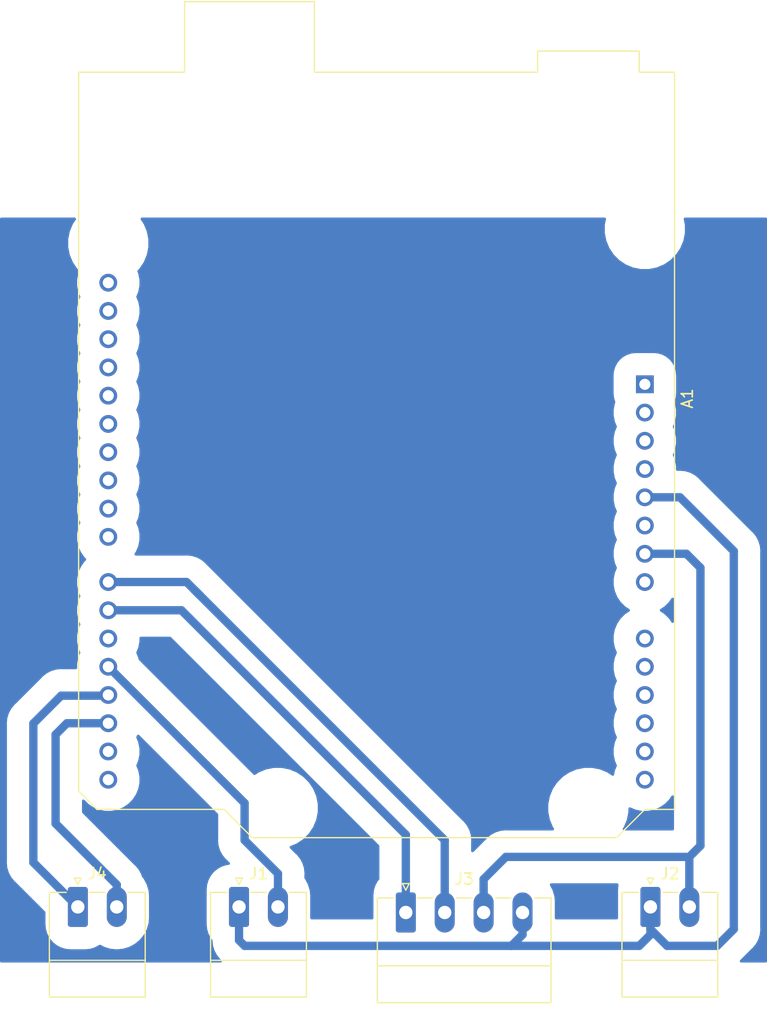
<source format=kicad_pcb>
(kicad_pcb (version 20171130) (host pcbnew "(5.1.10)-1")

  (general
    (thickness 1.6)
    (drawings 6)
    (tracks 45)
    (zones 0)
    (modules 5)
    (nets 31)
  )

  (page A4)
  (layers
    (0 F.Cu signal)
    (31 B.Cu signal)
    (32 B.Adhes user)
    (33 F.Adhes user)
    (34 B.Paste user)
    (35 F.Paste user)
    (36 B.SilkS user)
    (37 F.SilkS user)
    (38 B.Mask user)
    (39 F.Mask user)
    (40 Dwgs.User user hide)
    (41 Cmts.User user)
    (42 Eco1.User user)
    (43 Eco2.User user)
    (44 Edge.Cuts user)
    (45 Margin user)
    (46 B.CrtYd user)
    (47 F.CrtYd user)
    (48 B.Fab user)
    (49 F.Fab user)
  )

  (setup
    (last_trace_width 0.25)
    (user_trace_width 0.75)
    (trace_clearance 0.2)
    (zone_clearance 2)
    (zone_45_only no)
    (trace_min 0.2)
    (via_size 0.8)
    (via_drill 0.4)
    (via_min_size 0.4)
    (via_min_drill 0.3)
    (uvia_size 0.3)
    (uvia_drill 0.1)
    (uvias_allowed no)
    (uvia_min_size 0.2)
    (uvia_min_drill 0.1)
    (edge_width 0.1)
    (segment_width 0.2)
    (pcb_text_width 0.3)
    (pcb_text_size 1.5 1.5)
    (mod_edge_width 0.15)
    (mod_text_size 1 1)
    (mod_text_width 0.15)
    (pad_size 1.524 1.524)
    (pad_drill 0.762)
    (pad_to_mask_clearance 0)
    (aux_axis_origin 0 0)
    (visible_elements 7FFFFFFF)
    (pcbplotparams
      (layerselection 0x010fc_ffffffff)
      (usegerberextensions false)
      (usegerberattributes true)
      (usegerberadvancedattributes true)
      (creategerberjobfile true)
      (excludeedgelayer true)
      (linewidth 0.100000)
      (plotframeref false)
      (viasonmask false)
      (mode 1)
      (useauxorigin false)
      (hpglpennumber 1)
      (hpglpenspeed 20)
      (hpglpendiameter 15.000000)
      (psnegative false)
      (psa4output false)
      (plotreference true)
      (plotvalue true)
      (plotinvisibletext false)
      (padsonsilk false)
      (subtractmaskfromsilk false)
      (outputformat 1)
      (mirror false)
      (drillshape 1)
      (scaleselection 1)
      (outputdirectory ""))
  )

  (net 0 "")
  (net 1 "Net-(A1-Pad16)")
  (net 2 "Net-(A1-Pad15)")
  (net 3 "Net-(A1-Pad30)")
  (net 4 "Net-(A1-Pad14)")
  (net 5 "Net-(A1-Pad13)")
  (net 6 "Net-(A1-Pad28)")
  (net 7 "Net-(A1-Pad12)")
  (net 8 "Net-(A1-Pad27)")
  (net 9 "Net-(A1-Pad11)")
  (net 10 "Net-(A1-Pad26)")
  (net 11 "Net-(A1-Pad10)")
  (net 12 "Net-(A1-Pad25)")
  (net 13 "Net-(A1-Pad9)")
  (net 14 "Net-(A1-Pad24)")
  (net 15 "Net-(A1-Pad8)")
  (net 16 "Net-(A1-Pad23)")
  (net 17 LEDb)
  (net 18 LEDa)
  (net 19 "Net-(A1-Pad20)")
  (net 20 "Net-(A1-Pad4)")
  (net 21 LimitSwitch)
  (net 22 "Net-(A1-Pad3)")
  (net 23 RXard)
  (net 24 "Net-(A1-Pad2)")
  (net 25 TXard)
  (net 26 "Net-(A1-Pad1)")
  (net 27 "Net-(A1-Pad31)")
  (net 28 "Net-(A1-Pad32)")
  (net 29 5V)
  (net 30 GNDREF)

  (net_class Default "Esta es la clase de red por defecto."
    (clearance 0.2)
    (trace_width 0.25)
    (via_dia 0.8)
    (via_drill 0.4)
    (uvia_dia 0.3)
    (uvia_drill 0.1)
    (add_net 5V)
    (add_net GNDREF)
    (add_net LEDa)
    (add_net LEDb)
    (add_net LimitSwitch)
    (add_net "Net-(A1-Pad1)")
    (add_net "Net-(A1-Pad10)")
    (add_net "Net-(A1-Pad11)")
    (add_net "Net-(A1-Pad12)")
    (add_net "Net-(A1-Pad13)")
    (add_net "Net-(A1-Pad14)")
    (add_net "Net-(A1-Pad15)")
    (add_net "Net-(A1-Pad16)")
    (add_net "Net-(A1-Pad2)")
    (add_net "Net-(A1-Pad20)")
    (add_net "Net-(A1-Pad23)")
    (add_net "Net-(A1-Pad24)")
    (add_net "Net-(A1-Pad25)")
    (add_net "Net-(A1-Pad26)")
    (add_net "Net-(A1-Pad27)")
    (add_net "Net-(A1-Pad28)")
    (add_net "Net-(A1-Pad3)")
    (add_net "Net-(A1-Pad30)")
    (add_net "Net-(A1-Pad31)")
    (add_net "Net-(A1-Pad32)")
    (add_net "Net-(A1-Pad4)")
    (add_net "Net-(A1-Pad8)")
    (add_net "Net-(A1-Pad9)")
    (add_net RXard)
    (add_net TXard)
  )

  (module Connector_Phoenix_MC:PhoenixContact_MC_1,5_4-G-3.5_1x04_P3.50mm_Horizontal (layer F.Cu) (tedit 5B784ED0) (tstamp 610DDBFB)
    (at 46.5 73)
    (descr "Generic Phoenix Contact connector footprint for: MC_1,5/4-G-3.5; number of pins: 04; pin pitch: 3.50mm; Angled || order number: 1844236 8A 160V")
    (tags "phoenix_contact connector MC_01x04_G_3.5mm")
    (path /615D615A)
    (fp_text reference J3 (at 5.25 -3) (layer F.SilkS)
      (effects (font (size 1 1) (thickness 0.15)))
    )
    (fp_text value Conn_01x04_Male (at 5.25 9.2) (layer F.Fab)
      (effects (font (size 1 1) (thickness 0.15)))
    )
    (fp_line (start -2.56 -1.31) (end -2.56 8.11) (layer F.SilkS) (width 0.12))
    (fp_line (start -2.56 8.11) (end 13.06 8.11) (layer F.SilkS) (width 0.12))
    (fp_line (start 13.06 8.11) (end 13.06 -1.31) (layer F.SilkS) (width 0.12))
    (fp_line (start -2.56 -1.31) (end -1.05 -1.31) (layer F.SilkS) (width 0.12))
    (fp_line (start 13.06 -1.31) (end 11.55 -1.31) (layer F.SilkS) (width 0.12))
    (fp_line (start 1.05 -1.31) (end 2.45 -1.31) (layer F.SilkS) (width 0.12))
    (fp_line (start 4.55 -1.31) (end 5.95 -1.31) (layer F.SilkS) (width 0.12))
    (fp_line (start 8.05 -1.31) (end 9.45 -1.31) (layer F.SilkS) (width 0.12))
    (fp_line (start -2.45 -1.2) (end -2.45 8) (layer F.Fab) (width 0.1))
    (fp_line (start -2.45 8) (end 12.95 8) (layer F.Fab) (width 0.1))
    (fp_line (start 12.95 8) (end 12.95 -1.2) (layer F.Fab) (width 0.1))
    (fp_line (start 12.95 -1.2) (end -2.45 -1.2) (layer F.Fab) (width 0.1))
    (fp_line (start -2.56 4.8) (end 13.06 4.8) (layer F.SilkS) (width 0.12))
    (fp_line (start -3.06 -2.3) (end -3.06 8.5) (layer F.CrtYd) (width 0.05))
    (fp_line (start -3.06 8.5) (end 13.45 8.5) (layer F.CrtYd) (width 0.05))
    (fp_line (start 13.45 8.5) (end 13.45 -2.3) (layer F.CrtYd) (width 0.05))
    (fp_line (start 13.45 -2.3) (end -3.06 -2.3) (layer F.CrtYd) (width 0.05))
    (fp_line (start 0.3 -2.6) (end 0 -2) (layer F.SilkS) (width 0.12))
    (fp_line (start 0 -2) (end -0.3 -2.6) (layer F.SilkS) (width 0.12))
    (fp_line (start -0.3 -2.6) (end 0.3 -2.6) (layer F.SilkS) (width 0.12))
    (fp_line (start 0.8 -1.2) (end 0 0) (layer F.Fab) (width 0.1))
    (fp_line (start 0 0) (end -0.8 -1.2) (layer F.Fab) (width 0.1))
    (fp_text user %R (at 5.25 -0.5) (layer F.Fab)
      (effects (font (size 1 1) (thickness 0.15)))
    )
    (pad 4 thru_hole oval (at 10.5 0) (size 1.8 3.6) (drill 1.2) (layers *.Cu *.Mask)
      (net 29 5V))
    (pad 3 thru_hole oval (at 7 0) (size 1.8 3.6) (drill 1.2) (layers *.Cu *.Mask)
      (net 30 GNDREF))
    (pad 2 thru_hole oval (at 3.5 0) (size 1.8 3.6) (drill 1.2) (layers *.Cu *.Mask)
      (net 17 LEDb))
    (pad 1 thru_hole roundrect (at 0 0) (size 1.8 3.6) (drill 1.2) (layers *.Cu *.Mask) (roundrect_rratio 0.138889)
      (net 18 LEDa))
    (model ${KISYS3DMOD}/Connector_Phoenix_MC.3dshapes/PhoenixContact_MC_1,5_4-G-3.5_1x04_P3.50mm_Horizontal.wrl
      (at (xyz 0 0 0))
      (scale (xyz 1 1 1))
      (rotate (xyz 0 0 0))
    )
  )

  (module Module:Arduino_UNO_R3_WithMountingHoles (layer F.Cu) (tedit 5B3F95CF) (tstamp 610DDBAC)
    (at 68 25.5 270)
    (descr "Arduino UNO R3, http://www.mouser.com/pdfdocs/Gravitech_Arduino_Nano3_0.pdf")
    (tags "Arduino UNO R3")
    (path /60ECC421)
    (fp_text reference A1 (at 1.27 -3.81 270) (layer F.SilkS)
      (effects (font (size 1 1) (thickness 0.15)))
    )
    (fp_text value Arduino_UNO_R3 (at 0 22.86 90) (layer F.Fab)
      (effects (font (size 1 1) (thickness 0.15)))
    )
    (fp_line (start -27.94 -2.54) (end 38.1 -2.54) (layer F.Fab) (width 0.1))
    (fp_line (start -27.94 50.8) (end -27.94 -2.54) (layer F.Fab) (width 0.1))
    (fp_line (start 36.58 50.8) (end -27.94 50.8) (layer F.Fab) (width 0.1))
    (fp_line (start 38.1 49.28) (end 36.58 50.8) (layer F.Fab) (width 0.1))
    (fp_line (start 38.1 0) (end 40.64 2.54) (layer F.Fab) (width 0.1))
    (fp_line (start 38.1 -2.54) (end 38.1 0) (layer F.Fab) (width 0.1))
    (fp_line (start 40.64 35.31) (end 38.1 37.85) (layer F.Fab) (width 0.1))
    (fp_line (start 40.64 2.54) (end 40.64 35.31) (layer F.Fab) (width 0.1))
    (fp_line (start 38.1 37.85) (end 38.1 49.28) (layer F.Fab) (width 0.1))
    (fp_line (start -29.84 9.53) (end -29.84 0.64) (layer F.Fab) (width 0.1))
    (fp_line (start -16.51 9.53) (end -29.84 9.53) (layer F.Fab) (width 0.1))
    (fp_line (start -16.51 0.64) (end -16.51 9.53) (layer F.Fab) (width 0.1))
    (fp_line (start -29.84 0.64) (end -16.51 0.64) (layer F.Fab) (width 0.1))
    (fp_line (start -34.29 41.27) (end -34.29 29.84) (layer F.Fab) (width 0.1))
    (fp_line (start -18.41 41.27) (end -34.29 41.27) (layer F.Fab) (width 0.1))
    (fp_line (start -18.41 29.84) (end -18.41 41.27) (layer F.Fab) (width 0.1))
    (fp_line (start -34.29 29.84) (end -18.41 29.84) (layer F.Fab) (width 0.1))
    (fp_line (start 38.23 37.85) (end 40.77 35.31) (layer F.SilkS) (width 0.12))
    (fp_line (start 38.23 49.28) (end 38.23 37.85) (layer F.SilkS) (width 0.12))
    (fp_line (start 36.58 50.93) (end 38.23 49.28) (layer F.SilkS) (width 0.12))
    (fp_line (start -28.07 50.93) (end 36.58 50.93) (layer F.SilkS) (width 0.12))
    (fp_line (start -28.07 41.4) (end -28.07 50.93) (layer F.SilkS) (width 0.12))
    (fp_line (start -34.42 41.4) (end -28.07 41.4) (layer F.SilkS) (width 0.12))
    (fp_line (start -34.42 29.72) (end -34.42 41.4) (layer F.SilkS) (width 0.12))
    (fp_line (start -28.07 29.72) (end -34.42 29.72) (layer F.SilkS) (width 0.12))
    (fp_line (start -28.07 9.65) (end -28.07 29.72) (layer F.SilkS) (width 0.12))
    (fp_line (start -29.97 9.65) (end -28.07 9.65) (layer F.SilkS) (width 0.12))
    (fp_line (start -29.97 0.51) (end -29.97 9.65) (layer F.SilkS) (width 0.12))
    (fp_line (start -28.07 0.51) (end -29.97 0.51) (layer F.SilkS) (width 0.12))
    (fp_line (start -28.07 -2.67) (end -28.07 0.51) (layer F.SilkS) (width 0.12))
    (fp_line (start 38.23 -2.67) (end -28.07 -2.67) (layer F.SilkS) (width 0.12))
    (fp_line (start 38.23 0) (end 38.23 -2.67) (layer F.SilkS) (width 0.12))
    (fp_line (start 40.77 2.54) (end 38.23 0) (layer F.SilkS) (width 0.12))
    (fp_line (start 40.77 35.31) (end 40.77 2.54) (layer F.SilkS) (width 0.12))
    (fp_line (start -28.19 -2.79) (end 38.35 -2.79) (layer F.CrtYd) (width 0.05))
    (fp_line (start -28.19 0.38) (end -28.19 -2.79) (layer F.CrtYd) (width 0.05))
    (fp_line (start -30.1 0.38) (end -28.19 0.38) (layer F.CrtYd) (width 0.05))
    (fp_line (start -30.1 9.78) (end -30.1 0.38) (layer F.CrtYd) (width 0.05))
    (fp_line (start -28.19 9.78) (end -30.1 9.78) (layer F.CrtYd) (width 0.05))
    (fp_line (start -28.19 29.59) (end -28.19 9.78) (layer F.CrtYd) (width 0.05))
    (fp_line (start -34.54 29.59) (end -28.19 29.59) (layer F.CrtYd) (width 0.05))
    (fp_line (start -34.54 41.53) (end -34.54 29.59) (layer F.CrtYd) (width 0.05))
    (fp_line (start -28.19 41.53) (end -34.54 41.53) (layer F.CrtYd) (width 0.05))
    (fp_line (start -28.19 51.05) (end -28.19 41.53) (layer F.CrtYd) (width 0.05))
    (fp_line (start 36.58 51.05) (end -28.19 51.05) (layer F.CrtYd) (width 0.05))
    (fp_line (start 38.35 49.28) (end 36.58 51.05) (layer F.CrtYd) (width 0.05))
    (fp_line (start 38.35 37.85) (end 38.35 49.28) (layer F.CrtYd) (width 0.05))
    (fp_line (start 40.89 35.31) (end 38.35 37.85) (layer F.CrtYd) (width 0.05))
    (fp_line (start 40.89 2.54) (end 40.89 35.31) (layer F.CrtYd) (width 0.05))
    (fp_line (start 38.35 0) (end 40.89 2.54) (layer F.CrtYd) (width 0.05))
    (fp_line (start 38.35 -2.79) (end 38.35 0) (layer F.CrtYd) (width 0.05))
    (fp_text user %R (at 0 20.32 270) (layer F.Fab)
      (effects (font (size 1 1) (thickness 0.15)))
    )
    (pad "" np_thru_hole circle (at 38.1 5.08) (size 3.2 3.2) (drill 3.2) (layers *.Cu *.Mask))
    (pad "" np_thru_hole circle (at 38.1 33.02) (size 3.2 3.2) (drill 3.2) (layers *.Cu *.Mask))
    (pad "" np_thru_hole circle (at -12.7 48.26) (size 3.2 3.2) (drill 3.2) (layers *.Cu *.Mask))
    (pad "" np_thru_hole circle (at -13.97 0) (size 3.2 3.2) (drill 3.2) (layers *.Cu *.Mask))
    (pad 16 thru_hole oval (at 33.02 48.26) (size 1.6 1.6) (drill 1) (layers *.Cu *.Mask)
      (net 1 "Net-(A1-Pad16)"))
    (pad 15 thru_hole oval (at 35.56 48.26) (size 1.6 1.6) (drill 1) (layers *.Cu *.Mask)
      (net 2 "Net-(A1-Pad15)"))
    (pad 30 thru_hole oval (at -4.06 48.26) (size 1.6 1.6) (drill 1) (layers *.Cu *.Mask)
      (net 3 "Net-(A1-Pad30)"))
    (pad 14 thru_hole oval (at 35.56 0) (size 1.6 1.6) (drill 1) (layers *.Cu *.Mask)
      (net 4 "Net-(A1-Pad14)"))
    (pad 29 thru_hole oval (at -1.52 48.26) (size 1.6 1.6) (drill 1) (layers *.Cu *.Mask)
      (net 30 GNDREF))
    (pad 13 thru_hole oval (at 33.02 0) (size 1.6 1.6) (drill 1) (layers *.Cu *.Mask)
      (net 5 "Net-(A1-Pad13)"))
    (pad 28 thru_hole oval (at 1.02 48.26) (size 1.6 1.6) (drill 1) (layers *.Cu *.Mask)
      (net 6 "Net-(A1-Pad28)"))
    (pad 12 thru_hole oval (at 30.48 0) (size 1.6 1.6) (drill 1) (layers *.Cu *.Mask)
      (net 7 "Net-(A1-Pad12)"))
    (pad 27 thru_hole oval (at 3.56 48.26) (size 1.6 1.6) (drill 1) (layers *.Cu *.Mask)
      (net 8 "Net-(A1-Pad27)"))
    (pad 11 thru_hole oval (at 27.94 0) (size 1.6 1.6) (drill 1) (layers *.Cu *.Mask)
      (net 9 "Net-(A1-Pad11)"))
    (pad 26 thru_hole oval (at 6.1 48.26) (size 1.6 1.6) (drill 1) (layers *.Cu *.Mask)
      (net 10 "Net-(A1-Pad26)"))
    (pad 10 thru_hole oval (at 25.4 0) (size 1.6 1.6) (drill 1) (layers *.Cu *.Mask)
      (net 11 "Net-(A1-Pad10)"))
    (pad 25 thru_hole oval (at 8.64 48.26) (size 1.6 1.6) (drill 1) (layers *.Cu *.Mask)
      (net 12 "Net-(A1-Pad25)"))
    (pad 9 thru_hole oval (at 22.86 0) (size 1.6 1.6) (drill 1) (layers *.Cu *.Mask)
      (net 13 "Net-(A1-Pad9)"))
    (pad 24 thru_hole oval (at 11.18 48.26) (size 1.6 1.6) (drill 1) (layers *.Cu *.Mask)
      (net 14 "Net-(A1-Pad24)"))
    (pad 8 thru_hole oval (at 17.78 0) (size 1.6 1.6) (drill 1) (layers *.Cu *.Mask)
      (net 15 "Net-(A1-Pad8)"))
    (pad 23 thru_hole oval (at 13.72 48.26) (size 1.6 1.6) (drill 1) (layers *.Cu *.Mask)
      (net 16 "Net-(A1-Pad23)"))
    (pad 7 thru_hole oval (at 15.24 0) (size 1.6 1.6) (drill 1) (layers *.Cu *.Mask)
      (net 30 GNDREF))
    (pad 22 thru_hole oval (at 17.78 48.26) (size 1.6 1.6) (drill 1) (layers *.Cu *.Mask)
      (net 17 LEDb))
    (pad 6 thru_hole oval (at 12.7 0) (size 1.6 1.6) (drill 1) (layers *.Cu *.Mask)
      (net 30 GNDREF))
    (pad 21 thru_hole oval (at 20.32 48.26) (size 1.6 1.6) (drill 1) (layers *.Cu *.Mask)
      (net 18 LEDa))
    (pad 5 thru_hole oval (at 10.16 0) (size 1.6 1.6) (drill 1) (layers *.Cu *.Mask)
      (net 29 5V))
    (pad 20 thru_hole oval (at 22.86 48.26) (size 1.6 1.6) (drill 1) (layers *.Cu *.Mask)
      (net 19 "Net-(A1-Pad20)"))
    (pad 4 thru_hole oval (at 7.62 0) (size 1.6 1.6) (drill 1) (layers *.Cu *.Mask)
      (net 20 "Net-(A1-Pad4)"))
    (pad 19 thru_hole oval (at 25.4 48.26) (size 1.6 1.6) (drill 1) (layers *.Cu *.Mask)
      (net 21 LimitSwitch))
    (pad 3 thru_hole oval (at 5.08 0) (size 1.6 1.6) (drill 1) (layers *.Cu *.Mask)
      (net 22 "Net-(A1-Pad3)"))
    (pad 18 thru_hole oval (at 27.94 48.26) (size 1.6 1.6) (drill 1) (layers *.Cu *.Mask)
      (net 23 RXard))
    (pad 2 thru_hole oval (at 2.54 0) (size 1.6 1.6) (drill 1) (layers *.Cu *.Mask)
      (net 24 "Net-(A1-Pad2)"))
    (pad 17 thru_hole oval (at 30.48 48.26) (size 1.6 1.6) (drill 1) (layers *.Cu *.Mask)
      (net 25 TXard))
    (pad 1 thru_hole rect (at 0 0) (size 1.6 1.6) (drill 1) (layers *.Cu *.Mask)
      (net 26 "Net-(A1-Pad1)"))
    (pad 31 thru_hole oval (at -6.6 48.26) (size 1.6 1.6) (drill 1) (layers *.Cu *.Mask)
      (net 27 "Net-(A1-Pad31)"))
    (pad 32 thru_hole oval (at -9.14 48.26) (size 1.6 1.6) (drill 1) (layers *.Cu *.Mask)
      (net 28 "Net-(A1-Pad32)"))
    (model ${KISYS3DMOD}/Module.3dshapes/Arduino_UNO_R3_WithMountingHoles.wrl
      (at (xyz 0 0 0))
      (scale (xyz 1 1 1))
      (rotate (xyz 0 0 0))
    )
  )

  (module Connector_Phoenix_MC:PhoenixContact_MC_1,5_2-G-3.5_1x02_P3.50mm_Horizontal (layer F.Cu) (tedit 5B784ED0) (tstamp 610DDC16)
    (at 17 72.5)
    (descr "Generic Phoenix Contact connector footprint for: MC_1,5/2-G-3.5; number of pins: 02; pin pitch: 3.50mm; Angled || order number: 1844210 8A 160V")
    (tags "phoenix_contact connector MC_01x02_G_3.5mm")
    (path /610D8BBD)
    (fp_text reference J4 (at 1.75 -3) (layer F.SilkS)
      (effects (font (size 1 1) (thickness 0.15)))
    )
    (fp_text value Conn_01x02_Male (at 1.75 9.2) (layer F.Fab)
      (effects (font (size 1 1) (thickness 0.15)))
    )
    (fp_line (start -2.56 -1.31) (end -2.56 8.11) (layer F.SilkS) (width 0.12))
    (fp_line (start -2.56 8.11) (end 6.06 8.11) (layer F.SilkS) (width 0.12))
    (fp_line (start 6.06 8.11) (end 6.06 -1.31) (layer F.SilkS) (width 0.12))
    (fp_line (start -2.56 -1.31) (end -1.05 -1.31) (layer F.SilkS) (width 0.12))
    (fp_line (start 6.06 -1.31) (end 4.55 -1.31) (layer F.SilkS) (width 0.12))
    (fp_line (start 1.05 -1.31) (end 2.45 -1.31) (layer F.SilkS) (width 0.12))
    (fp_line (start -2.45 -1.2) (end -2.45 8) (layer F.Fab) (width 0.1))
    (fp_line (start -2.45 8) (end 5.95 8) (layer F.Fab) (width 0.1))
    (fp_line (start 5.95 8) (end 5.95 -1.2) (layer F.Fab) (width 0.1))
    (fp_line (start 5.95 -1.2) (end -2.45 -1.2) (layer F.Fab) (width 0.1))
    (fp_line (start -2.56 4.8) (end 6.06 4.8) (layer F.SilkS) (width 0.12))
    (fp_line (start -3.06 -2.3) (end -3.06 8.5) (layer F.CrtYd) (width 0.05))
    (fp_line (start -3.06 8.5) (end 6.45 8.5) (layer F.CrtYd) (width 0.05))
    (fp_line (start 6.45 8.5) (end 6.45 -2.3) (layer F.CrtYd) (width 0.05))
    (fp_line (start 6.45 -2.3) (end -3.06 -2.3) (layer F.CrtYd) (width 0.05))
    (fp_line (start 0.3 -2.6) (end 0 -2) (layer F.SilkS) (width 0.12))
    (fp_line (start 0 -2) (end -0.3 -2.6) (layer F.SilkS) (width 0.12))
    (fp_line (start -0.3 -2.6) (end 0.3 -2.6) (layer F.SilkS) (width 0.12))
    (fp_line (start 0.8 -1.2) (end 0 0) (layer F.Fab) (width 0.1))
    (fp_line (start 0 0) (end -0.8 -1.2) (layer F.Fab) (width 0.1))
    (fp_text user %R (at 1.75 -0.5) (layer F.Fab)
      (effects (font (size 1 1) (thickness 0.15)))
    )
    (pad 1 thru_hole roundrect (at 0 0) (size 1.8 3.6) (drill 1.2) (layers *.Cu *.Mask) (roundrect_rratio 0.138889)
      (net 23 RXard))
    (pad 2 thru_hole oval (at 3.5 0) (size 1.8 3.6) (drill 1.2) (layers *.Cu *.Mask)
      (net 25 TXard))
    (model ${KISYS3DMOD}/Connector_Phoenix_MC.3dshapes/PhoenixContact_MC_1,5_2-G-3.5_1x02_P3.50mm_Horizontal.wrl
      (at (xyz 0 0 0))
      (scale (xyz 1 1 1))
      (rotate (xyz 0 0 0))
    )
  )

  (module Connector_Phoenix_MC:PhoenixContact_MC_1,5_2-G-3.5_1x02_P3.50mm_Horizontal (layer F.Cu) (tedit 5B784ED0) (tstamp 610DDBE2)
    (at 68.5 72.5)
    (descr "Generic Phoenix Contact connector footprint for: MC_1,5/2-G-3.5; number of pins: 02; pin pitch: 3.50mm; Angled || order number: 1844210 8A 160V")
    (tags "phoenix_contact connector MC_01x02_G_3.5mm")
    (path /60ECF20E)
    (fp_text reference J2 (at 1.75 -3) (layer F.SilkS)
      (effects (font (size 1 1) (thickness 0.15)))
    )
    (fp_text value Conn_01x02_Male (at 1.75 9.2) (layer F.Fab)
      (effects (font (size 1 1) (thickness 0.15)))
    )
    (fp_line (start -2.56 -1.31) (end -2.56 8.11) (layer F.SilkS) (width 0.12))
    (fp_line (start -2.56 8.11) (end 6.06 8.11) (layer F.SilkS) (width 0.12))
    (fp_line (start 6.06 8.11) (end 6.06 -1.31) (layer F.SilkS) (width 0.12))
    (fp_line (start -2.56 -1.31) (end -1.05 -1.31) (layer F.SilkS) (width 0.12))
    (fp_line (start 6.06 -1.31) (end 4.55 -1.31) (layer F.SilkS) (width 0.12))
    (fp_line (start 1.05 -1.31) (end 2.45 -1.31) (layer F.SilkS) (width 0.12))
    (fp_line (start -2.45 -1.2) (end -2.45 8) (layer F.Fab) (width 0.1))
    (fp_line (start -2.45 8) (end 5.95 8) (layer F.Fab) (width 0.1))
    (fp_line (start 5.95 8) (end 5.95 -1.2) (layer F.Fab) (width 0.1))
    (fp_line (start 5.95 -1.2) (end -2.45 -1.2) (layer F.Fab) (width 0.1))
    (fp_line (start -2.56 4.8) (end 6.06 4.8) (layer F.SilkS) (width 0.12))
    (fp_line (start -3.06 -2.3) (end -3.06 8.5) (layer F.CrtYd) (width 0.05))
    (fp_line (start -3.06 8.5) (end 6.45 8.5) (layer F.CrtYd) (width 0.05))
    (fp_line (start 6.45 8.5) (end 6.45 -2.3) (layer F.CrtYd) (width 0.05))
    (fp_line (start 6.45 -2.3) (end -3.06 -2.3) (layer F.CrtYd) (width 0.05))
    (fp_line (start 0.3 -2.6) (end 0 -2) (layer F.SilkS) (width 0.12))
    (fp_line (start 0 -2) (end -0.3 -2.6) (layer F.SilkS) (width 0.12))
    (fp_line (start -0.3 -2.6) (end 0.3 -2.6) (layer F.SilkS) (width 0.12))
    (fp_line (start 0.8 -1.2) (end 0 0) (layer F.Fab) (width 0.1))
    (fp_line (start 0 0) (end -0.8 -1.2) (layer F.Fab) (width 0.1))
    (fp_text user %R (at 1.75 -0.5) (layer F.Fab)
      (effects (font (size 1 1) (thickness 0.15)))
    )
    (pad 1 thru_hole roundrect (at 0 0) (size 1.8 3.6) (drill 1.2) (layers *.Cu *.Mask) (roundrect_rratio 0.138889)
      (net 29 5V))
    (pad 2 thru_hole oval (at 3.5 0) (size 1.8 3.6) (drill 1.2) (layers *.Cu *.Mask)
      (net 30 GNDREF))
    (model ${KISYS3DMOD}/Connector_Phoenix_MC.3dshapes/PhoenixContact_MC_1,5_2-G-3.5_1x02_P3.50mm_Horizontal.wrl
      (at (xyz 0 0 0))
      (scale (xyz 1 1 1))
      (rotate (xyz 0 0 0))
    )
  )

  (module Connector_Phoenix_MC:PhoenixContact_MC_1,5_2-G-3.5_1x02_P3.50mm_Horizontal (layer F.Cu) (tedit 5B784ED0) (tstamp 610DDBC7)
    (at 31.5 72.5)
    (descr "Generic Phoenix Contact connector footprint for: MC_1,5/2-G-3.5; number of pins: 02; pin pitch: 3.50mm; Angled || order number: 1844210 8A 160V")
    (tags "phoenix_contact connector MC_01x02_G_3.5mm")
    (path /60ED0652)
    (fp_text reference J1 (at 1.75 -3) (layer F.SilkS)
      (effects (font (size 1 1) (thickness 0.15)))
    )
    (fp_text value Conn_01x02_Male (at 1.75 9.2) (layer F.Fab)
      (effects (font (size 1 1) (thickness 0.15)))
    )
    (fp_line (start -2.56 -1.31) (end -2.56 8.11) (layer F.SilkS) (width 0.12))
    (fp_line (start -2.56 8.11) (end 6.06 8.11) (layer F.SilkS) (width 0.12))
    (fp_line (start 6.06 8.11) (end 6.06 -1.31) (layer F.SilkS) (width 0.12))
    (fp_line (start -2.56 -1.31) (end -1.05 -1.31) (layer F.SilkS) (width 0.12))
    (fp_line (start 6.06 -1.31) (end 4.55 -1.31) (layer F.SilkS) (width 0.12))
    (fp_line (start 1.05 -1.31) (end 2.45 -1.31) (layer F.SilkS) (width 0.12))
    (fp_line (start -2.45 -1.2) (end -2.45 8) (layer F.Fab) (width 0.1))
    (fp_line (start -2.45 8) (end 5.95 8) (layer F.Fab) (width 0.1))
    (fp_line (start 5.95 8) (end 5.95 -1.2) (layer F.Fab) (width 0.1))
    (fp_line (start 5.95 -1.2) (end -2.45 -1.2) (layer F.Fab) (width 0.1))
    (fp_line (start -2.56 4.8) (end 6.06 4.8) (layer F.SilkS) (width 0.12))
    (fp_line (start -3.06 -2.3) (end -3.06 8.5) (layer F.CrtYd) (width 0.05))
    (fp_line (start -3.06 8.5) (end 6.45 8.5) (layer F.CrtYd) (width 0.05))
    (fp_line (start 6.45 8.5) (end 6.45 -2.3) (layer F.CrtYd) (width 0.05))
    (fp_line (start 6.45 -2.3) (end -3.06 -2.3) (layer F.CrtYd) (width 0.05))
    (fp_line (start 0.3 -2.6) (end 0 -2) (layer F.SilkS) (width 0.12))
    (fp_line (start 0 -2) (end -0.3 -2.6) (layer F.SilkS) (width 0.12))
    (fp_line (start -0.3 -2.6) (end 0.3 -2.6) (layer F.SilkS) (width 0.12))
    (fp_line (start 0.8 -1.2) (end 0 0) (layer F.Fab) (width 0.1))
    (fp_line (start 0 0) (end -0.8 -1.2) (layer F.Fab) (width 0.1))
    (fp_text user %R (at 1.75 -0.5) (layer F.Fab)
      (effects (font (size 1 1) (thickness 0.15)))
    )
    (pad 1 thru_hole roundrect (at 0 0) (size 1.8 3.6) (drill 1.2) (layers *.Cu *.Mask) (roundrect_rratio 0.138889)
      (net 29 5V))
    (pad 2 thru_hole oval (at 3.5 0) (size 1.8 3.6) (drill 1.2) (layers *.Cu *.Mask)
      (net 21 LimitSwitch))
    (model ${KISYS3DMOD}/Connector_Phoenix_MC.3dshapes/PhoenixContact_MC_1,5_2-G-3.5_1x02_P3.50mm_Horizontal.wrl
      (at (xyz 0 0 0))
      (scale (xyz 1 1 1))
      (rotate (xyz 0 0 0))
    )
  )

  (gr_line (start 42.5 194.5) (end 51.5 309) (layer Dwgs.User) (width 0.15))
  (gr_line (start 43 82) (end 42.5 194.5) (layer Dwgs.User) (width 0.15))
  (gr_line (start 10 10.5) (end 79 10.5) (layer Dwgs.User) (width 0.15) (tstamp 6135DFC7))
  (gr_line (start 10 77.5) (end 10 10.5) (layer Dwgs.User) (width 0.15))
  (gr_line (start 79 77.5) (end 79 10.5) (layer Dwgs.User) (width 0.15))
  (gr_line (start 10 77.5) (end 79 77.5) (layer Dwgs.User) (width 0.15))

  (segment (start 50 73) (end 50 66.5) (width 0.75) (layer B.Cu) (net 17))
  (segment (start 26.78 43.28) (end 28 44.5) (width 0.75) (layer B.Cu) (net 17))
  (segment (start 19.74 43.28) (end 26.78 43.28) (width 0.75) (layer B.Cu) (net 17))
  (segment (start 28 44.5) (end 27.5 44) (width 0.75) (layer B.Cu) (net 17))
  (segment (start 50 66.5) (end 28 44.5) (width 0.75) (layer B.Cu) (net 17))
  (segment (start 46.5 73) (end 46.5 66) (width 0.75) (layer B.Cu) (net 18))
  (segment (start 26.32 45.82) (end 19.74 45.82) (width 0.75) (layer B.Cu) (net 18))
  (segment (start 46.5 66) (end 26.32 45.82) (width 0.75) (layer B.Cu) (net 18))
  (segment (start 19.74 50.9) (end 32 63.16) (width 0.75) (layer B.Cu) (net 21))
  (segment (start 32 63.16) (end 32 66.5) (width 0.75) (layer B.Cu) (net 21))
  (segment (start 35 69.5) (end 35 72.5) (width 0.75) (layer B.Cu) (net 21))
  (segment (start 32 66.5) (end 35 69.5) (width 0.75) (layer B.Cu) (net 21))
  (segment (start 17 72.5) (end 13 68.5) (width 0.75) (layer B.Cu) (net 23))
  (segment (start 13 68.5) (end 13 56) (width 0.75) (layer B.Cu) (net 23))
  (segment (start 13 56) (end 15.5 53.5) (width 0.75) (layer B.Cu) (net 23))
  (segment (start 19.68 53.5) (end 19.74 53.44) (width 0.75) (layer B.Cu) (net 23))
  (segment (start 15.5 53.5) (end 19.68 53.5) (width 0.75) (layer B.Cu) (net 23))
  (segment (start 20.5 72.5) (end 20.5 70.5) (width 0.75) (layer B.Cu) (net 25))
  (segment (start 20.5 70.5) (end 15 65) (width 0.75) (layer B.Cu) (net 25))
  (segment (start 15 65) (end 15 57) (width 0.75) (layer B.Cu) (net 25))
  (segment (start 16.02 55.98) (end 19.74 55.98) (width 0.75) (layer B.Cu) (net 25))
  (segment (start 15 57) (end 16.02 55.98) (width 0.75) (layer B.Cu) (net 25))
  (segment (start 31.5 72.5) (end 31.5 75.5) (width 0.75) (layer B.Cu) (net 29) (status 10))
  (segment (start 31.5 75.5) (end 32 76) (width 0.75) (layer B.Cu) (net 29))
  (segment (start 32 76) (end 56 76) (width 0.75) (layer B.Cu) (net 29))
  (segment (start 56 76) (end 57 75) (width 0.75) (layer B.Cu) (net 29))
  (segment (start 57 75) (end 57 73) (width 0.75) (layer B.Cu) (net 29) (status 20))
  (segment (start 56 76) (end 67.5 76) (width 0.75) (layer B.Cu) (net 29))
  (segment (start 67.5 76) (end 68.5 75) (width 0.75) (layer B.Cu) (net 29))
  (segment (start 68.5 75) (end 68.5 72.5) (width 0.75) (layer B.Cu) (net 29) (status 20))
  (segment (start 68.5 72.5) (end 68.5 74.5) (width 0.75) (layer B.Cu) (net 29))
  (segment (start 68.5 74.5) (end 70 76) (width 0.75) (layer B.Cu) (net 29))
  (segment (start 70 76) (end 74.5 76) (width 0.75) (layer B.Cu) (net 29))
  (segment (start 74.5 76) (end 76 74.5) (width 0.75) (layer B.Cu) (net 29))
  (segment (start 76 74.5) (end 76 40.5) (width 0.75) (layer B.Cu) (net 29))
  (segment (start 71.16 35.66) (end 68 35.66) (width 0.75) (layer B.Cu) (net 29))
  (segment (start 76 40.5) (end 71.16 35.66) (width 0.75) (layer B.Cu) (net 29))
  (segment (start 72 72.5) (end 72 68) (width 0.75) (layer B.Cu) (net 30) (status 10))
  (segment (start 72 68) (end 73 67) (width 0.75) (layer B.Cu) (net 30))
  (segment (start 73 67) (end 73 42) (width 0.75) (layer B.Cu) (net 30))
  (segment (start 71.74 40.74) (end 68 40.74) (width 0.75) (layer B.Cu) (net 30) (status 20))
  (segment (start 73 42) (end 71.74 40.74) (width 0.75) (layer B.Cu) (net 30))
  (segment (start 53.5 73) (end 53.5 70) (width 0.75) (layer B.Cu) (net 30))
  (segment (start 55.5 68) (end 72 68) (width 0.75) (layer B.Cu) (net 30))
  (segment (start 53.5 70) (end 55.5 68) (width 0.75) (layer B.Cu) (net 30))

  (zone (net 0) (net_name "") (layer B.Cu) (tstamp 0) (hatch edge 0.508)
    (connect_pads (clearance 2))
    (min_thickness 0.254)
    (fill yes (arc_segments 32) (thermal_gap 2) (thermal_bridge_width 0.508))
    (polygon
      (pts
        (xy 79 77.5) (xy 10 77.5) (xy 10 10.5) (xy 79 10.5)
      )
    )
    (filled_polygon
      (pts
        (xy 64.273 11.162923) (xy 64.273 11.897077) (xy 64.416227 12.617126) (xy 64.697176 13.295396) (xy 65.10505 13.905824)
        (xy 65.624176 14.42495) (xy 66.234604 14.832824) (xy 66.912874 15.113773) (xy 67.632923 15.257) (xy 68.367077 15.257)
        (xy 69.087126 15.113773) (xy 69.765396 14.832824) (xy 70.375824 14.42495) (xy 70.89495 13.905824) (xy 71.302824 13.295396)
        (xy 71.583773 12.617126) (xy 71.727 11.897077) (xy 71.727 11.162923) (xy 71.620398 10.627) (xy 78.873 10.627)
        (xy 78.873 77.373) (xy 76.665361 77.373) (xy 77.68227 76.356092) (xy 77.777741 76.277741) (xy 78.090403 75.896762)
        (xy 78.322731 75.462107) (xy 78.465798 74.990478) (xy 78.502 74.622914) (xy 78.502 74.622905) (xy 78.514105 74.500001)
        (xy 78.502 74.377097) (xy 78.502 40.622906) (xy 78.514105 40.5) (xy 78.502 40.377093) (xy 78.502 40.377086)
        (xy 78.465798 40.009522) (xy 78.428397 39.886225) (xy 78.322731 39.537893) (xy 78.090403 39.103238) (xy 77.856094 38.817732)
        (xy 77.856093 38.817731) (xy 77.777741 38.722259) (xy 77.682269 38.643907) (xy 73.016097 33.977736) (xy 72.937741 33.882259)
        (xy 72.556762 33.569597) (xy 72.122107 33.337269) (xy 71.650478 33.194202) (xy 71.282914 33.158) (xy 71.282906 33.158)
        (xy 71.16 33.145895) (xy 71.037094 33.158) (xy 70.927 33.158) (xy 70.927 32.831716) (xy 70.814518 32.266225)
        (xy 70.642111 31.85) (xy 70.814518 31.433775) (xy 70.927 30.868284) (xy 70.927 30.291716) (xy 70.814518 29.726225)
        (xy 70.642111 29.31) (xy 70.814518 28.893775) (xy 70.927 28.328284) (xy 70.927 27.751716) (xy 70.814518 27.186225)
        (xy 70.779511 27.101712) (xy 70.896224 26.716965) (xy 70.937291 26.3) (xy 70.937291 24.7) (xy 70.896224 24.283035)
        (xy 70.774599 23.882094) (xy 70.577093 23.512585) (xy 70.311293 23.188707) (xy 69.987415 22.922907) (xy 69.617906 22.725401)
        (xy 69.216965 22.603776) (xy 68.8 22.562709) (xy 67.2 22.562709) (xy 66.783035 22.603776) (xy 66.382094 22.725401)
        (xy 66.012585 22.922907) (xy 65.688707 23.188707) (xy 65.422907 23.512585) (xy 65.225401 23.882094) (xy 65.103776 24.283035)
        (xy 65.062709 24.7) (xy 65.062709 26.3) (xy 65.103776 26.716965) (xy 65.220489 27.101712) (xy 65.185482 27.186225)
        (xy 65.073 27.751716) (xy 65.073 28.328284) (xy 65.185482 28.893775) (xy 65.357889 29.31) (xy 65.185482 29.726225)
        (xy 65.073 30.291716) (xy 65.073 30.868284) (xy 65.185482 31.433775) (xy 65.357889 31.85) (xy 65.185482 32.266225)
        (xy 65.073 32.831716) (xy 65.073 33.408284) (xy 65.185482 33.973775) (xy 65.357889 34.39) (xy 65.185482 34.806225)
        (xy 65.073 35.371716) (xy 65.073 35.948284) (xy 65.185482 36.513775) (xy 65.357889 36.93) (xy 65.185482 37.346225)
        (xy 65.073 37.911716) (xy 65.073 38.488284) (xy 65.185482 39.053775) (xy 65.357889 39.47) (xy 65.185482 39.886225)
        (xy 65.073 40.451716) (xy 65.073 41.028284) (xy 65.185482 41.593775) (xy 65.357889 42.01) (xy 65.185482 42.426225)
        (xy 65.073 42.991716) (xy 65.073 43.568284) (xy 65.185482 44.133775) (xy 65.406126 44.666455) (xy 65.72645 45.145854)
        (xy 66.134146 45.55355) (xy 66.532917 45.82) (xy 66.134146 46.08645) (xy 65.72645 46.494146) (xy 65.406126 46.973545)
        (xy 65.185482 47.506225) (xy 65.073 48.071716) (xy 65.073 48.648284) (xy 65.185482 49.213775) (xy 65.357889 49.63)
        (xy 65.185482 50.046225) (xy 65.073 50.611716) (xy 65.073 51.188284) (xy 65.185482 51.753775) (xy 65.357889 52.17)
        (xy 65.185482 52.586225) (xy 65.073 53.151716) (xy 65.073 53.728284) (xy 65.185482 54.293775) (xy 65.357889 54.71)
        (xy 65.185482 55.126225) (xy 65.073 55.691716) (xy 65.073 56.268284) (xy 65.185482 56.833775) (xy 65.357889 57.25)
        (xy 65.185482 57.666225) (xy 65.073 58.231716) (xy 65.073 58.808284) (xy 65.185482 59.373775) (xy 65.357889 59.79)
        (xy 65.185482 60.206225) (xy 65.110846 60.581452) (xy 64.685396 60.297176) (xy 64.007126 60.016227) (xy 63.287077 59.873)
        (xy 62.552923 59.873) (xy 61.832874 60.016227) (xy 61.154604 60.297176) (xy 60.544176 60.70505) (xy 60.02505 61.224176)
        (xy 59.617176 61.834604) (xy 59.336227 62.512874) (xy 59.193 63.232923) (xy 59.193 63.967077) (xy 59.336227 64.687126)
        (xy 59.617176 65.365396) (xy 59.705779 65.498) (xy 55.622903 65.498) (xy 55.499999 65.485895) (xy 55.377095 65.498)
        (xy 55.377086 65.498) (xy 55.009522 65.534202) (xy 54.537893 65.677269) (xy 54.103238 65.909597) (xy 53.722259 66.222259)
        (xy 53.643907 66.317731) (xy 52.502 67.459639) (xy 52.502 66.622903) (xy 52.514105 66.499999) (xy 52.502 66.377095)
        (xy 52.502 66.377086) (xy 52.465798 66.009522) (xy 52.322731 65.537893) (xy 52.090403 65.103238) (xy 51.931486 64.909597)
        (xy 51.856094 64.817731) (xy 51.856088 64.817725) (xy 51.777741 64.722259) (xy 51.682274 64.643912) (xy 29.682267 42.643906)
        (xy 28.636098 41.597737) (xy 28.557741 41.502259) (xy 28.176762 41.189597) (xy 27.742107 40.957269) (xy 27.270478 40.814202)
        (xy 26.902914 40.778) (xy 26.902906 40.778) (xy 26.78 40.765895) (xy 26.657094 40.778) (xy 22.219251 40.778)
        (xy 22.333874 40.606455) (xy 22.554518 40.073775) (xy 22.667 39.508284) (xy 22.667 38.931716) (xy 22.554518 38.366225)
        (xy 22.382111 37.95) (xy 22.554518 37.533775) (xy 22.667 36.968284) (xy 22.667 36.391716) (xy 22.554518 35.826225)
        (xy 22.382111 35.41) (xy 22.554518 34.993775) (xy 22.667 34.428284) (xy 22.667 33.851716) (xy 22.554518 33.286225)
        (xy 22.382111 32.87) (xy 22.554518 32.453775) (xy 22.667 31.888284) (xy 22.667 31.311716) (xy 22.554518 30.746225)
        (xy 22.382111 30.33) (xy 22.554518 29.913775) (xy 22.667 29.348284) (xy 22.667 28.771716) (xy 22.554518 28.206225)
        (xy 22.382111 27.79) (xy 22.554518 27.373775) (xy 22.667 26.808284) (xy 22.667 26.231716) (xy 22.554518 25.666225)
        (xy 22.382111 25.25) (xy 22.554518 24.833775) (xy 22.667 24.268284) (xy 22.667 23.691716) (xy 22.554518 23.126225)
        (xy 22.382111 22.71) (xy 22.554518 22.293775) (xy 22.667 21.728284) (xy 22.667 21.151716) (xy 22.554518 20.586225)
        (xy 22.382111 20.17) (xy 22.554518 19.753775) (xy 22.667 19.188284) (xy 22.667 18.611716) (xy 22.554518 18.046225)
        (xy 22.382111 17.63) (xy 22.554518 17.213775) (xy 22.667 16.648284) (xy 22.667 16.071716) (xy 22.554518 15.506225)
        (xy 22.481304 15.32947) (xy 22.63495 15.175824) (xy 23.042824 14.565396) (xy 23.323773 13.887126) (xy 23.467 13.167077)
        (xy 23.467 12.432923) (xy 23.323773 11.712874) (xy 23.042824 11.034604) (xy 22.770472 10.627) (xy 64.379602 10.627)
      )
    )
    (filled_polygon
      (pts
        (xy 16.437176 11.034604) (xy 16.156227 11.712874) (xy 16.013 12.432923) (xy 16.013 13.167077) (xy 16.156227 13.887126)
        (xy 16.437176 14.565396) (xy 16.84505 15.175824) (xy 16.998696 15.32947) (xy 16.925482 15.506225) (xy 16.813 16.071716)
        (xy 16.813 16.648284) (xy 16.925482 17.213775) (xy 17.097889 17.63) (xy 16.925482 18.046225) (xy 16.813 18.611716)
        (xy 16.813 19.188284) (xy 16.925482 19.753775) (xy 17.097889 20.17) (xy 16.925482 20.586225) (xy 16.813 21.151716)
        (xy 16.813 21.728284) (xy 16.925482 22.293775) (xy 17.097889 22.71) (xy 16.925482 23.126225) (xy 16.813 23.691716)
        (xy 16.813 24.268284) (xy 16.925482 24.833775) (xy 17.097889 25.25) (xy 16.925482 25.666225) (xy 16.813 26.231716)
        (xy 16.813 26.808284) (xy 16.925482 27.373775) (xy 17.097889 27.79) (xy 16.925482 28.206225) (xy 16.813 28.771716)
        (xy 16.813 29.348284) (xy 16.925482 29.913775) (xy 17.097889 30.33) (xy 16.925482 30.746225) (xy 16.813 31.311716)
        (xy 16.813 31.888284) (xy 16.925482 32.453775) (xy 17.097889 32.87) (xy 16.925482 33.286225) (xy 16.813 33.851716)
        (xy 16.813 34.428284) (xy 16.925482 34.993775) (xy 17.097889 35.41) (xy 16.925482 35.826225) (xy 16.813 36.391716)
        (xy 16.813 36.968284) (xy 16.925482 37.533775) (xy 17.097889 37.95) (xy 16.925482 38.366225) (xy 16.813 38.931716)
        (xy 16.813 39.508284) (xy 16.925482 40.073775) (xy 17.146126 40.606455) (xy 17.46645 41.085854) (xy 17.630596 41.25)
        (xy 17.46645 41.414146) (xy 17.146126 41.893545) (xy 16.925482 42.426225) (xy 16.813 42.991716) (xy 16.813 43.568284)
        (xy 16.925482 44.133775) (xy 17.097889 44.55) (xy 16.925482 44.966225) (xy 16.813 45.531716) (xy 16.813 46.108284)
        (xy 16.925482 46.673775) (xy 17.097889 47.09) (xy 16.925482 47.506225) (xy 16.813 48.071716) (xy 16.813 48.648284)
        (xy 16.925482 49.213775) (xy 17.097889 49.63) (xy 16.925482 50.046225) (xy 16.813 50.611716) (xy 16.813 50.998)
        (xy 15.622906 50.998) (xy 15.5 50.985895) (xy 15.377093 50.998) (xy 15.377086 50.998) (xy 15.05319 51.029901)
        (xy 15.009521 51.034202) (xy 14.573558 51.16645) (xy 14.537893 51.177269) (xy 14.103238 51.409597) (xy 13.722259 51.722259)
        (xy 13.643907 51.817731) (xy 11.317732 54.143907) (xy 11.22226 54.222259) (xy 11.143908 54.317731) (xy 11.143906 54.317733)
        (xy 10.909598 54.603238) (xy 10.677269 55.037894) (xy 10.534202 55.509522) (xy 10.485895 56) (xy 10.498001 56.122916)
        (xy 10.498 68.377093) (xy 10.485895 68.5) (xy 10.498 68.622906) (xy 10.498 68.622913) (xy 10.529481 68.942541)
        (xy 10.534202 68.990478) (xy 10.570028 69.10858) (xy 10.677269 69.462106) (xy 10.909597 69.896761) (xy 11.222259 70.277741)
        (xy 11.317736 70.356097) (xy 13.962709 73.001071) (xy 13.962709 74.05) (xy 14.00858 74.515737) (xy 14.144431 74.963577)
        (xy 14.36504 75.376308) (xy 14.66193 75.73807) (xy 15.023692 76.03496) (xy 15.436423 76.255569) (xy 15.884263 76.39142)
        (xy 16.35 76.437291) (xy 17.65 76.437291) (xy 18.115737 76.39142) (xy 18.563577 76.255569) (xy 18.976308 76.03496)
        (xy 18.988935 76.024597) (xy 19.336013 76.210114) (xy 19.906605 76.383202) (xy 20.5 76.441646) (xy 21.093396 76.383202)
        (xy 21.663988 76.210114) (xy 22.189848 75.929036) (xy 22.650769 75.550769) (xy 23.029036 75.089848) (xy 23.310114 74.563988)
        (xy 23.483202 73.993396) (xy 23.527 73.548703) (xy 23.527 71.451296) (xy 23.483202 71.006604) (xy 23.310114 70.436012)
        (xy 23.029036 69.910152) (xy 22.880898 69.729645) (xy 22.822731 69.537893) (xy 22.590403 69.103238) (xy 22.553568 69.058354)
        (xy 22.356094 68.817732) (xy 22.356093 68.817731) (xy 22.277741 68.722259) (xy 22.182269 68.643907) (xy 17.502 63.963639)
        (xy 17.502 62.961404) (xy 17.874146 63.33355) (xy 18.353545 63.653874) (xy 18.886225 63.874518) (xy 19.451716 63.987)
        (xy 20.028284 63.987) (xy 20.593775 63.874518) (xy 21.126455 63.653874) (xy 21.605854 63.33355) (xy 22.01355 62.925854)
        (xy 22.333874 62.446455) (xy 22.554518 61.913775) (xy 22.667 61.348284) (xy 22.667 60.771716) (xy 22.554518 60.206225)
        (xy 22.382111 59.79) (xy 22.554518 59.373775) (xy 22.667 58.808284) (xy 22.667 58.231716) (xy 22.554518 57.666225)
        (xy 22.382111 57.25) (xy 22.431765 57.130127) (xy 29.498 64.196363) (xy 29.498 66.377094) (xy 29.485895 66.5)
        (xy 29.498 66.622906) (xy 29.498 66.622914) (xy 29.500068 66.643906) (xy 29.534202 66.990478) (xy 29.677269 67.462106)
        (xy 29.909598 67.896762) (xy 30.139805 68.177269) (xy 30.22226 68.277741) (xy 30.317732 68.356093) (xy 30.553546 68.591907)
        (xy 30.384263 68.60858) (xy 29.936423 68.744431) (xy 29.523692 68.96504) (xy 29.16193 69.26193) (xy 28.86504 69.623692)
        (xy 28.644431 70.036423) (xy 28.50858 70.484263) (xy 28.462709 70.95) (xy 28.462709 74.05) (xy 28.50858 74.515737)
        (xy 28.644431 74.963577) (xy 28.86504 75.376308) (xy 28.988533 75.526785) (xy 28.998 75.622906) (xy 28.998 75.622914)
        (xy 29.031408 75.962106) (xy 29.034202 75.990478) (xy 29.177269 76.462106) (xy 29.409598 76.896762) (xy 29.463225 76.962106)
        (xy 29.72226 77.277741) (xy 29.817732 77.356093) (xy 29.834639 77.373) (xy 10.127 77.373) (xy 10.127 10.627)
        (xy 16.709528 10.627)
      )
    )
    (filled_polygon
      (pts
        (xy 65.462709 70.95) (xy 65.462709 73.498) (xy 60.027 73.498) (xy 60.027 71.951296) (xy 59.983202 71.506604)
        (xy 59.810114 70.936012) (xy 59.57813 70.502) (xy 65.506833 70.502)
      )
    )
    (filled_polygon
      (pts
        (xy 43.998001 67.036363) (xy 43.998 69.961679) (xy 43.86504 70.123692) (xy 43.644431 70.536423) (xy 43.50858 70.984263)
        (xy 43.462709 71.45) (xy 43.462709 73.498) (xy 38.027 73.498) (xy 38.027 71.451296) (xy 37.983202 71.006604)
        (xy 37.810114 70.436012) (xy 37.529036 69.910152) (xy 37.502 69.877208) (xy 37.502 69.622906) (xy 37.514105 69.5)
        (xy 37.502 69.377093) (xy 37.502 69.377086) (xy 37.468592 69.037893) (xy 37.465798 69.009521) (xy 37.322731 68.537893)
        (xy 37.090403 68.103238) (xy 36.856094 67.817732) (xy 36.856093 67.817731) (xy 36.777741 67.722259) (xy 36.68227 67.643908)
        (xy 36.176734 67.138372) (xy 36.745396 66.902824) (xy 37.355824 66.49495) (xy 37.87495 65.975824) (xy 38.282824 65.365396)
        (xy 38.563773 64.687126) (xy 38.707 63.967077) (xy 38.707 63.232923) (xy 38.563773 62.512874) (xy 38.282824 61.834604)
        (xy 37.87495 61.224176) (xy 37.355824 60.70505) (xy 36.745396 60.297176) (xy 36.067126 60.016227) (xy 35.347077 59.873)
        (xy 34.612923 59.873) (xy 33.892874 60.016227) (xy 33.214604 60.297176) (xy 32.891458 60.513095) (xy 22.58678 50.208419)
        (xy 22.554518 50.046225) (xy 22.382111 49.63) (xy 22.554518 49.213775) (xy 22.667 48.648284) (xy 22.667 48.322)
        (xy 25.283639 48.322)
      )
    )
    (filled_polygon
      (pts
        (xy 70.498 65.498) (xy 66.134221 65.498) (xy 66.222824 65.365396) (xy 66.503773 64.687126) (xy 66.647 63.967077)
        (xy 66.647 63.667732) (xy 67.146225 63.874518) (xy 67.711716 63.987) (xy 68.288284 63.987) (xy 68.853775 63.874518)
        (xy 69.386455 63.653874) (xy 69.865854 63.33355) (xy 70.27355 62.925854) (xy 70.498 62.58994)
      )
    )
    (filled_polygon
      (pts
        (xy 70.498001 46.830061) (xy 70.27355 46.494146) (xy 69.865854 46.08645) (xy 69.467083 45.82) (xy 69.865854 45.55355)
        (xy 70.27355 45.145854) (xy 70.498001 44.809939)
      )
    )
  )
)

</source>
